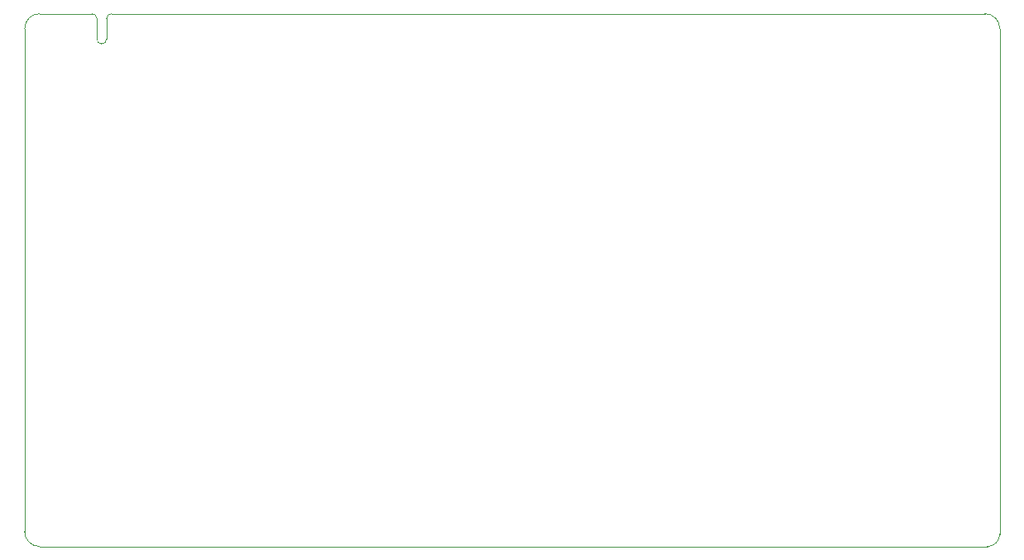
<source format=gm1>
%TF.GenerationSoftware,KiCad,Pcbnew,5.1.8*%
%TF.CreationDate,2020-12-10T16:40:19-06:00*%
%TF.ProjectId,e54-GFX-Development-Board,6535342d-4746-4582-9d44-6576656c6f70,rev?*%
%TF.SameCoordinates,Original*%
%TF.FileFunction,Profile,NP*%
%FSLAX46Y46*%
G04 Gerber Fmt 4.6, Leading zero omitted, Abs format (unit mm)*
G04 Created by KiCad (PCBNEW 5.1.8) date 2020-12-10 16:40:19*
%MOMM*%
%LPD*%
G01*
G04 APERTURE LIST*
%TA.AperFunction,Profile*%
%ADD10C,0.050000*%
%TD*%
G04 APERTURE END LIST*
D10*
X108378000Y-70358000D02*
X192786000Y-70358000D01*
X96012000Y-70358000D02*
X98378000Y-70358000D01*
X194310000Y-71882000D02*
X194310000Y-123698000D01*
X192786000Y-70358000D02*
G75*
G02*
X194310000Y-71882000I0J-1524000D01*
G01*
X94488000Y-71882000D02*
G75*
G02*
X96012000Y-70358000I1524000J0D01*
G01*
X96012000Y-124968000D02*
G75*
G02*
X94488000Y-123444000I0J1524000D01*
G01*
X194310000Y-123698000D02*
G75*
G02*
X193040000Y-124968000I-1270000J0D01*
G01*
X94488000Y-123444000D02*
X94488000Y-71882000D01*
X193040000Y-124968000D02*
X96012000Y-124968000D01*
%TO.C,J3*%
X101878000Y-70858000D02*
X101878000Y-72958000D01*
X102878000Y-72958000D02*
X102878000Y-70858000D01*
X98378000Y-70358000D02*
X101378000Y-70358000D01*
X103378000Y-70358000D02*
X108378000Y-70358000D01*
X102878000Y-72958000D02*
G75*
G02*
X101878000Y-72958000I-500000J0D01*
G01*
X101378000Y-70358000D02*
G75*
G02*
X101878000Y-70858000I0J-500000D01*
G01*
X102878000Y-70858000D02*
G75*
G02*
X103378000Y-70358000I500000J0D01*
G01*
%TD*%
M02*

</source>
